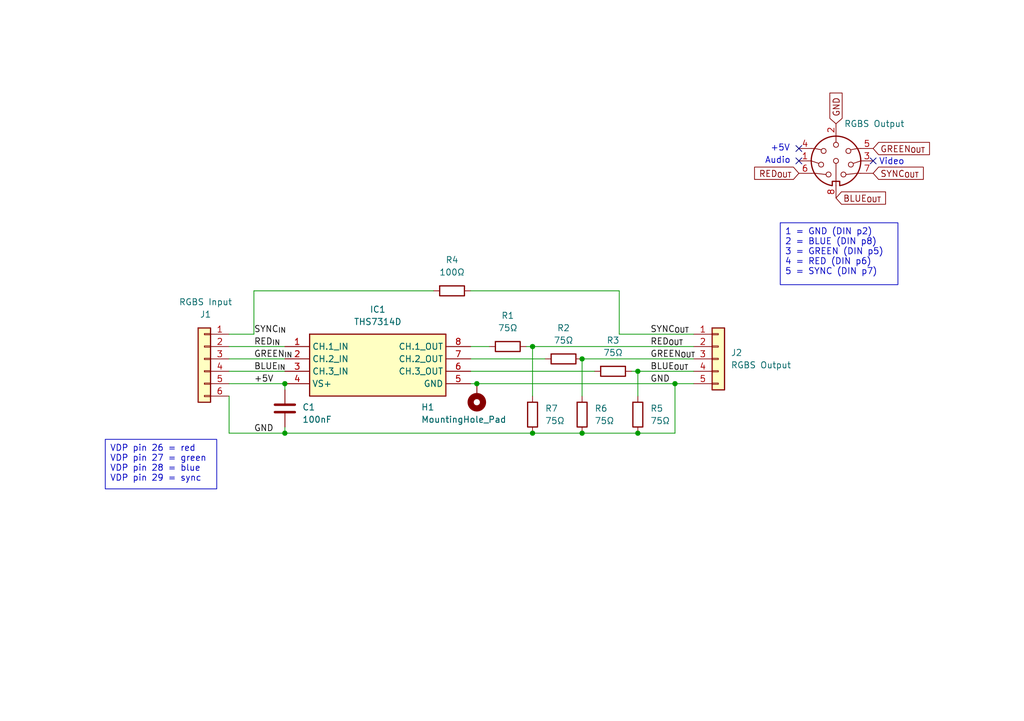
<source format=kicad_sch>
(kicad_sch (version 20250114) (generator "eeschema") (generator_version "9.0")
  (paper "A5")
  (title_block (title "Sega Mark III RGB Amplifier (Internal)") (date "22/NOV/2025") (rev "B") (company "Brett Hallen") (comment 1 "youtube.com/@brfff") (comment 3 "Idea from にがMSX"))
  (lib_symbols
    (symbol "Connector:DIN-8" (pin_names (offset 1.016))
      (property "Reference" "J" (at 3.175 5.715 0))
      (property "Value" "DIN-8" (at 2.032 -5.842 0))
      (symbol "DIN-8_0_1"
        (polyline (pts (xy -5.08 2.54) (xy -4.318 2.54) (xy -3.048 2.286)))
        (polyline (pts (xy -5.08 0) (xy -3.556 -0.508)))
        (polyline (pts (xy -5.08 -2.54) (xy -4.318 -2.54) (xy -2.032 -2.794)))
        (circle (center -3.048 -0.762) (radius 0.508))
        (circle (center -2.54 2.032) (radius 0.508))
        (circle (center -1.524 -2.794) (radius 0.508))
        (polyline (pts (xy -0.762 -4.953) (xy -0.762 -4.191) (xy 0.762 -4.191) (xy 0.762 -4.953)) (stroke (width 0.254)))
        (arc (start 5.08 0) (mid 3.8673 -3.3444) (end 0.762 -5.08) (stroke (width 0.254)))
        (polyline (pts (xy 0 5.08) (xy 0 3.81)))
        (circle (center 0 3.302) (radius 0.508))
        (circle (center 0 0) (radius 0.508))
        (arc (start -5.08 0) (mid 0 5.0579) (end 5.08 0) (stroke (width 0.254)))
        (polyline (pts (xy 0 -0.508) (xy 0 -5.08)))
        (arc (start -0.762 -5.08) (mid -3.8597 -3.3379) (end -5.08 0) (stroke (width 0.254)))
        (circle (center 1.524 -2.794) (radius 0.508))
        (circle (center 2.54 2.032) (radius 0.508))
        (circle (center 3.048 -0.762) (radius 0.508))
        (polyline (pts (xy 5.08 2.54) (xy 4.318 2.54) (xy 3.048 2.286)))
        (polyline (pts (xy 5.08 0) (xy 3.556 -0.508)))
        (polyline (pts (xy 5.08 -2.54) (xy 4.318 -2.54) (xy 2.032 -2.794)))
      )
      (symbol "DIN-8_1_1"
        (pin passive line (at -7.62 2.54 0) (length 2.54) (name "~") (number "4"))
        (pin passive line (at -7.62 0 0) (length 2.54) (name "~") (number "1"))
        (pin passive line (at -7.62 -2.54 0) (length 2.54) (name "~") (number "6"))
        (pin passive line (at 0 7.62 270) (length 2.54) (name "~") (number "2"))
        (pin passive line (at 0 -7.62 90) (length 2.54) (name "~") (number "8"))
        (pin passive line (at 7.62 2.54 180) (length 2.54) (name "~") (number "5"))
        (pin passive line (at 7.62 0 180) (length 2.54) (name "~") (number "3"))
        (pin passive line (at 7.62 -2.54 180) (length 2.54) (name "~") (number "7"))
      )
    )
    (symbol "Connector_Generic:Conn_01x05" (pin_names (offset 1.016) (hide yes))
      (property "Reference" "J" (at 0 7.62 0))
      (property "Value" "Conn_01x05" (at 0 -7.62 0))
      (symbol "Conn_01x05_1_1"
        (rectangle (start -1.27 6.35) (end 1.27 -6.35) (stroke (width 0.254)) (fill (type background)))
        (rectangle (start -1.27 5.207) (end 0 4.953) (stroke (width 0.1524)))
        (rectangle (start -1.27 2.667) (end 0 2.413) (stroke (width 0.1524)))
        (rectangle (start -1.27 0.127) (end 0 -0.127) (stroke (width 0.1524)))
        (rectangle (start -1.27 -2.413) (end 0 -2.667) (stroke (width 0.1524)))
        (rectangle (start -1.27 -4.953) (end 0 -5.207) (stroke (width 0.1524)))
        (pin passive line (at -5.08 5.08 0) (length 3.81) (name "Pin_1") (number "1"))
        (pin passive line (at -5.08 2.54 0) (length 3.81) (name "Pin_2") (number "2"))
        (pin passive line (at -5.08 0 0) (length 3.81) (name "Pin_3") (number "3"))
        (pin passive line (at -5.08 -2.54 0) (length 3.81) (name "Pin_4") (number "4"))
        (pin passive line (at -5.08 -5.08 0) (length 3.81) (name "Pin_5") (number "5"))
      )
    )
    (symbol "Connector_Generic:Conn_01x06" (pin_names (offset 1.016) (hide yes))
      (property "Reference" "J" (at 0 7.62 0))
      (property "Value" "Conn_01x06" (at 0 -10.16 0))
      (symbol "Conn_01x06_1_1"
        (rectangle (start -1.27 6.35) (end 1.27 -8.89) (stroke (width 0.254)) (fill (type background)))
        (rectangle (start -1.27 5.207) (end 0 4.953) (stroke (width 0.1524)))
        (rectangle (start -1.27 2.667) (end 0 2.413) (stroke (width 0.1524)))
        (rectangle (start -1.27 0.127) (end 0 -0.127) (stroke (width 0.1524)))
        (rectangle (start -1.27 -2.413) (end 0 -2.667) (stroke (width 0.1524)))
        (rectangle (start -1.27 -4.953) (end 0 -5.207) (stroke (width 0.1524)))
        (rectangle (start -1.27 -7.493) (end 0 -7.747) (stroke (width 0.1524)))
        (pin passive line (at -5.08 5.08 0) (length 3.81) (name "Pin_1") (number "1"))
        (pin passive line (at -5.08 2.54 0) (length 3.81) (name "Pin_2") (number "2"))
        (pin passive line (at -5.08 0 0) (length 3.81) (name "Pin_3") (number "3"))
        (pin passive line (at -5.08 -2.54 0) (length 3.81) (name "Pin_4") (number "4"))
        (pin passive line (at -5.08 -5.08 0) (length 3.81) (name "Pin_5") (number "5"))
        (pin passive line (at -5.08 -7.62 0) (length 3.81) (name "Pin_6") (number "6"))
      )
    )
    (symbol "Device:C" (pin_numbers (hide yes)) (pin_names (offset 0.254))
      (property "Reference" "C" (at 0.635 2.54 0))
      (property "Value" "C" (at 0.635 -2.54 0))
      (symbol "C_0_1"
        (polyline (pts (xy -2.032 0.762) (xy 2.032 0.762)) (stroke (width 0.508)))
        (polyline (pts (xy -2.032 -0.762) (xy 2.032 -0.762)) (stroke (width 0.508)))
      )
      (symbol "C_1_1"
        (pin passive line (at 0 3.81 270) (length 2.794) (name "~") (number "1"))
        (pin passive line (at 0 -3.81 90) (length 2.794) (name "~") (number "2"))
      )
    )
    (symbol "Device:R" (pin_numbers (hide yes)) (pin_names (offset 0))
      (property "Reference" "R" (at 2.032 0 90))
      (property "Value" "R" (at 0 0 90))
      (symbol "R_0_1"
        (rectangle (start -1.016 -2.54) (end 1.016 2.54) (stroke (width 0.254)))
      )
      (symbol "R_1_1"
        (pin passive line (at 0 3.81 270) (length 1.27) (name "~") (number "1"))
        (pin passive line (at 0 -3.81 90) (length 1.27) (name "~") (number "2"))
      )
    )
    (symbol "Mechanical:MountingHole_Pad" (pin_numbers (hide yes)) (pin_names (offset 1.016) (hide yes)) (in_bom no)
      (property "Reference" "H" (at 0 6.35 0))
      (property "Value" "MountingHole_Pad" (at 0 4.445 0))
      (symbol "MountingHole_Pad_0_1"
        (circle (center 0 1.27) (radius 1.27) (stroke (width 1.27)))
      )
      (symbol "MountingHole_Pad_1_1"
        (pin input line (at 0 -2.54 90) (length 2.54) (name "1") (number "1"))
      )
    )
    (symbol "THS7314DR:THS7314DR"
      (property "Reference" "IC" (at 34.29 7.62 0))
      (property "Value" "THS7314DR" (at 34.29 5.08 0))
      (symbol "THS7314DR_1_1"
        (rectangle (start 5.08 2.54) (end 33.02 -10.16) (stroke (width 0.254)) (fill (type background)))
        (pin passive line (at 0 0 0) (length 5.08) (name "CH.1_IN") (number "1"))
        (pin passive line (at 0 -2.54 0) (length 5.08) (name "CH.2_IN") (number "2"))
        (pin passive line (at 0 -5.08 0) (length 5.08) (name "CH.3_IN") (number "3"))
        (pin passive line (at 0 -7.62 0) (length 5.08) (name "VS+") (number "4"))
        (pin passive line (at 38.1 0 180) (length 5.08) (name "CH.1_OUT") (number "8"))
        (pin passive line (at 38.1 -2.54 180) (length 5.08) (name "CH.2_OUT") (number "7"))
        (pin passive line (at 38.1 -5.08 180) (length 5.08) (name "CH.3_OUT") (number "6"))
        (pin passive line (at 38.1 -7.62 180) (length 5.08) (name "GND") (number "5"))
      )
    )
  )
  (text "Audio" (at 159.512 33.02 0) (effects (font (size 1.27 1.27))))
  (text "+5V" (at 160.02 30.48 0) (effects (font (size 1.27 1.27))))
  (text "Video" (at 182.88 33.274 0) (effects (font (size 1.27 1.27))))
  (text_box "VDP pin 26 = red\nVDP pin 27 = green\nVDP pin 28 = blue\nVDP pin 29 = sync" (at 21.59 90.17 0) (size 22.86 10.16) (margins 0.9525 0.9525 0.9525 0.9525) (effects (font (size 1.27 1.27)) (justify left top)))
  (text_box "1 = GND (DIN p2)\n2 = BLUE (DIN p8)\n3 = GREEN (DIN p5)\n4 = RED (DIN p6)\n5 = SYNC (DIN p7)" (at 160.02 45.72 0) (size 24.13 12.7) (margins 0.9525 0.9525 0.9525 0.9525) (effects (font (size 1.27 1.27)) (justify left top)))
  (junction (at 109.22 88.9))
  (junction (at 109.22 71.12))
  (junction (at 58.42 88.9))
  (junction (at 119.38 88.9))
  (junction (at 58.42 78.74))
  (junction (at 138.43 78.74))
  (junction (at 119.38 73.66))
  (junction (at 130.81 76.2))
  (junction (at 130.81 88.9))
  (junction (at 97.79 78.74))
  (no_connect (at 179.07 33.02))
  (no_connect (at 163.83 33.02))
  (no_connect (at 163.83 30.48))
  (wire (pts (xy 58.42 88.9) (xy 109.22 88.9)))
  (wire (pts (xy 96.52 78.74) (xy 97.79 78.74)))
  (wire (pts (xy 130.81 88.9) (xy 138.43 88.9)))
  (wire (pts (xy 107.95 71.12) (xy 109.22 71.12)))
  (wire (pts (xy 46.99 68.58) (xy 52.07 68.58)))
  (wire (pts (xy 100.33 71.12) (xy 96.52 71.12)))
  (wire (pts (xy 52.07 68.58) (xy 52.07 59.69)))
  (wire (pts (xy 127 68.58) (xy 142.24 68.58)))
  (wire (pts (xy 46.99 78.74) (xy 58.42 78.74)))
  (wire (pts (xy 46.99 88.9) (xy 58.42 88.9)))
  (wire (pts (xy 130.81 76.2) (xy 130.81 81.28)))
  (wire (pts (xy 46.99 81.28) (xy 46.99 88.9)))
  (wire (pts (xy 46.99 73.66) (xy 58.42 73.66)))
  (wire (pts (xy 142.24 78.74) (xy 138.43 78.74)))
  (wire (pts (xy 46.99 71.12) (xy 58.42 71.12)))
  (wire (pts (xy 138.43 78.74) (xy 138.43 88.9)))
  (wire (pts (xy 97.79 78.74) (xy 138.43 78.74)))
  (wire (pts (xy 109.22 71.12) (xy 142.24 71.12)))
  (wire (pts (xy 121.92 76.2) (xy 96.52 76.2)))
  (wire (pts (xy 119.38 81.28) (xy 119.38 73.66)))
  (wire (pts (xy 46.99 76.2) (xy 58.42 76.2)))
  (wire (pts (xy 129.54 76.2) (xy 130.81 76.2)))
  (wire (pts (xy 127 68.58) (xy 127 59.69)))
  (wire (pts (xy 109.22 71.12) (xy 109.22 81.28)))
  (wire (pts (xy 109.22 88.9) (xy 119.38 88.9)))
  (wire (pts (xy 127 59.69) (xy 96.52 59.69)))
  (wire (pts (xy 111.76 73.66) (xy 96.52 73.66)))
  (wire (pts (xy 58.42 78.74) (xy 58.42 80.01)))
  (wire (pts (xy 58.42 87.63) (xy 58.42 88.9)))
  (wire (pts (xy 52.07 59.69) (xy 88.9 59.69)))
  (wire (pts (xy 119.38 88.9) (xy 130.81 88.9)))
  (wire (pts (xy 119.38 73.66) (xy 142.24 73.66)))
  (wire (pts (xy 130.81 76.2) (xy 142.24 76.2)))
  (label "+5V" (at 52.07 78.74 0))
  (label "SYNC_{IN}" (at 52.07 68.58 0))
  (label "SYNC_{OUT}" (at 133.35 68.58 0))
  (label "BLUE_{OUT}" (at 133.35 76.2 0))
  (label "GREEN_{OUT}" (at 133.35 73.66 0))
  (label "RED_{IN}" (at 52.07 71.12 0))
  (label "GND" (at 133.35 78.74 0))
  (label "RED_{OUT}" (at 133.35 71.12 0))
  (label "GREEN_{IN}" (at 52.07 73.66 0))
  (label "GND" (at 52.07 88.9 0))
  (label "BLUE_{IN}" (at 52.07 76.2 0))
  (global_label "GREEN_{OUT}" (shape input) (at 179.07 30.48 0) (property "Intersheetrefs" "${INTERSHEET_REFS}" (effects (hide yes))))
  (global_label "RED_{OUT}" (shape input) (at 163.83 35.56 180) (property "Intersheetrefs" "${INTERSHEET_REFS}" (effects (hide yes))))
  (global_label "GND" (shape input) (at 171.45 25.4 90) (property "Intersheetrefs" "${INTERSHEET_REFS}" (effects (hide yes))))
  (global_label "SYNC_{OUT}" (shape input) (at 179.07 35.56 0) (property "Intersheetrefs" "${INTERSHEET_REFS}" (effects (hide yes))))
  (global_label "BLUE_{OUT}" (shape input) (at 171.45 40.64 0) (property "Intersheetrefs" "${INTERSHEET_REFS}" (effects (hide yes))))
  (symbol (lib_id "Device:R") (at 104.14 71.12 270) (unit 1)
    (property "Reference" "R1" (at 104.14 64.77 90))
    (property "Value" "75Ω" (at 104.14 67.31 90))
    (property "Footprint" "Resistor_SMD:R_0805_2012Metric_Pad1.20x1.40mm_HandSolder" (effects (hide yes)))
  )
  (symbol (lib_id "Device:R") (at 109.22 85.09 0) (unit 1)
    (property "Reference" "R7" (at 111.76 83.82 0) (effects (justify left)))
    (property "Value" "75Ω" (at 111.76 86.36 0) (effects (justify left)))
    (property "Footprint" "Resistor_SMD:R_0805_2012Metric_Pad1.20x1.40mm_HandSolder" (effects (hide yes)))
  )
  (symbol (lib_id "Device:C") (at 58.42 83.82 180) (unit 1)
    (property "Reference" "C1" (at 61.976 83.566 0) (effects (justify right)))
    (property "Value" "100nF" (at 61.976 86.106 0) (effects (justify right)))
    (property "Footprint" "Capacitor_SMD:C_0805_2012Metric_Pad1.18x1.45mm_HandSolder" (effects (hide yes)))
  )
  (symbol (lib_id "Connector_Generic:Conn_01x05") (at 147.32 73.66 0) (unit 1)
    (property "Reference" "J2" (at 149.86 72.3899 0) (effects (justify left)))
    (property "Value" "RGBS Output" (at 149.86 74.9299 0) (effects (justify left)))
    (property "Footprint" "Connector_PinHeader_2.54mm:PinHeader_1x05_P2.54mm_Horizontal" (effects (hide yes)))
    (property "Description" "Generic connector, single row, 01x05, script generated (kicad-library-utils/schlib/autogen/connector/)" (effects (hide yes)))
  )
  (symbol (lib_id "Connector:DIN-8") (at 171.45 33.02 0) (unit 1) (on_board no)
    (property "Reference" "J3" (effects (hide yes)))
    (property "Value" "RGBS Output" (at 173.1011 25.4 0) (effects (justify left)))
    (property "Datasheet" "http://www.mouser.com/ds/2/18/40_c091_abd_e-75918.pdf" (effects (hide yes)))
    (property "Description" "8-pin DIN connector" (effects (hide yes)))
  )
  (symbol (lib_id "Connector_Generic:Conn_01x06") (at 41.91 73.66 0) (mirror y) (unit 1)
    (property "Reference" "J1" (at 42.164 64.516 0))
    (property "Value" "RGBS Input" (at 42.164 61.976 0))
    (property "Footprint" "Connector_PinHeader_2.54mm:PinHeader_1x06_P2.54mm_Horizontal" (effects (hide yes)))
    (property "Description" "Generic connector, single row, 01x06, script generated (kicad-library-utils/schlib/autogen/connector/)" (effects (hide yes)))
  )
  (symbol (lib_id "Device:R") (at 130.81 85.09 0) (unit 1)
    (property "Reference" "R5" (at 133.35 83.82 0) (effects (justify left)))
    (property "Value" "75Ω" (at 133.35 86.36 0) (effects (justify left)))
    (property "Footprint" "Resistor_SMD:R_0805_2012Metric_Pad1.20x1.40mm_HandSolder" (effects (hide yes)))
  )
  (symbol (lib_id "Device:R") (at 119.38 85.09 0) (unit 1)
    (property "Reference" "R6" (at 121.92 83.82 0) (effects (justify left)))
    (property "Value" "75Ω" (at 121.92 86.36 0) (effects (justify left)))
    (property "Footprint" "Resistor_SMD:R_0805_2012Metric_Pad1.20x1.40mm_HandSolder" (effects (hide yes)))
  )
  (symbol (lib_id "Mechanical:MountingHole_Pad") (at 97.79 81.28 180) (unit 1) (in_bom no)
    (property "Reference" "H1" (at 86.36 83.566 0) (effects (justify right)))
    (property "Value" "MountingHole_Pad" (at 86.36 86.106 0) (effects (justify right)))
    (property "Footprint" "MountingHole:MountingHole_3.2mm_M3_DIN965_Pad_TopBottom" (effects (hide yes)))
    (property "Description" "Mounting Hole with connection" (effects (hide yes)))
  )
  (symbol (lib_id "Device:R") (at 115.57 73.66 270) (unit 1)
    (property "Reference" "R2" (at 115.57 67.31 90))
    (property "Value" "75Ω" (at 115.57 69.85 90))
    (property "Footprint" "Resistor_SMD:R_0805_2012Metric_Pad1.20x1.40mm_HandSolder" (effects (hide yes)))
  )
  (symbol (lib_id "Device:R") (at 92.71 59.69 270) (unit 1)
    (property "Reference" "R4" (at 92.71 53.34 90))
    (property "Value" "100Ω" (at 92.71 55.88 90))
    (property "Footprint" "Resistor_SMD:R_0805_2012Metric_Pad1.20x1.40mm_HandSolder" (effects (hide yes)))
  )
  (symbol (lib_id "THS7314DR:THS7314DR") (at 58.42 71.12 0) (unit 1)
    (property "Reference" "IC1" (at 77.47 63.5 0))
    (property "Value" "THS7314D" (at 77.47 66.04 0))
    (property "Footprint" "KiCad:SOIC127P600X175-8N" (effects (hide yes)))
    (property "Datasheet" "http://www.ti.com/lit/gpn/THS7314" (effects (hide yes)))
    (property "Height" "1.75" (effects (hide yes)))
    (property "Mouser Part Number" "595-THS7314DR" (effects (hide yes)))
    (property "Mouser Price/Stock" "https://www.mouser.co.uk/ProductDetail/Texas-Instruments/THS7314DR?qs=vD%252BlfiDS0%252BMWkz7XDVK1Ng%3D%3D" (effects (hide yes)))
    (property "Manufacturer_Name" "Texas Instruments" (effects (hide yes)))
    (property "Manufacturer_Part_Number" "THS7314DR" (effects (hide yes)))
  )
  (symbol (lib_id "Device:R") (at 125.73 76.2 270) (unit 1)
    (property "Reference" "R3" (at 125.73 69.85 90))
    (property "Value" "75Ω" (at 125.73 72.39 90))
    (property "Footprint" "Resistor_SMD:R_0805_2012Metric_Pad1.20x1.40mm_HandSolder" (effects (hide yes)))
  )
)
</source>
